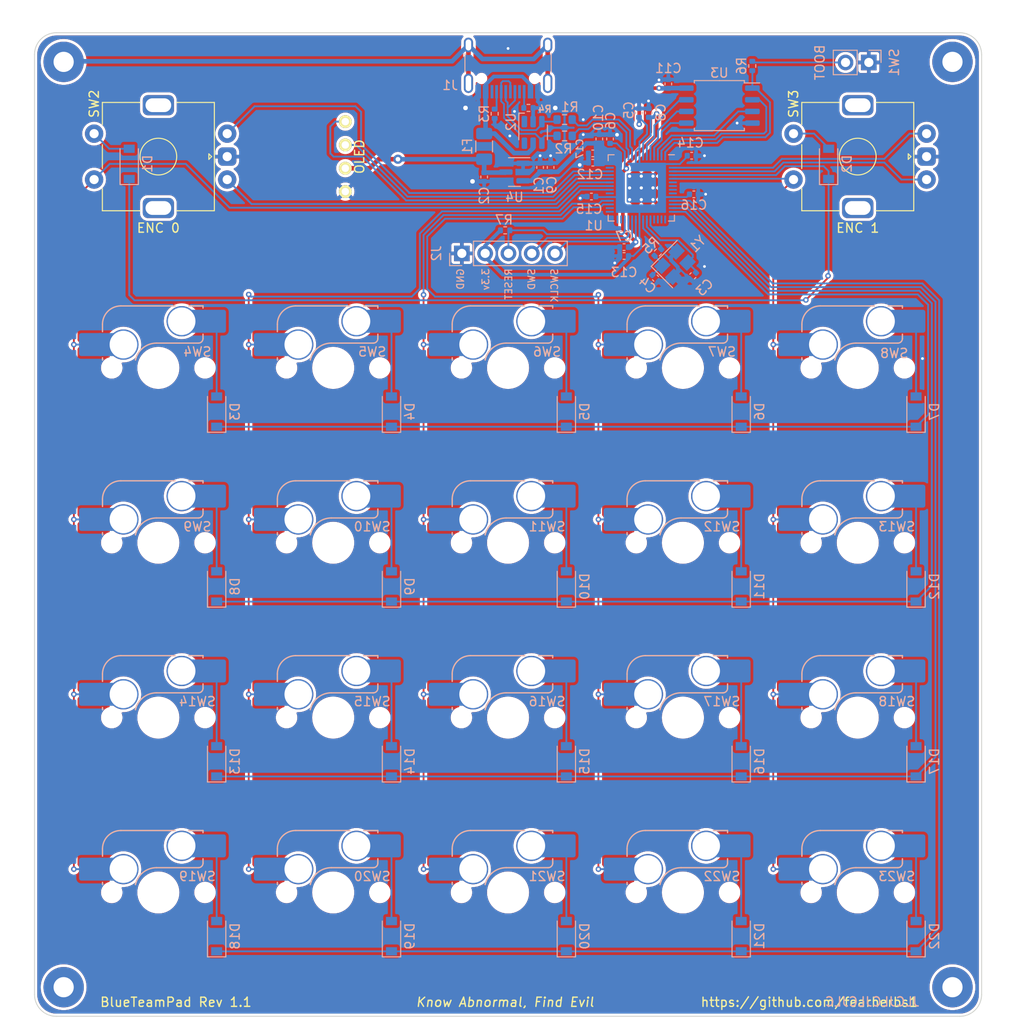
<source format=kicad_pcb>
(kicad_pcb (version 20211014) (generator pcbnew)
  (layers (0 "F.Cu" signal) (31 "B.Cu" signal) (34 "B.Paste" user) (35 "F.Paste" user) (36 "B.SilkS" user "B.Silkscreen") (37 "F.SilkS" user "F.Silkscreen") (38 "B.Mask" user) (39 "F.Mask" user) (44 "Edge.Cuts" user))
  (net 0 "")
  (net 1 "+3.3V")
  (net 2 "GND")
  (net 3 "+5V")
  (net 4 "Net-(C3-Pad2)")
  (net 5 "/XTAL_O")
  (net 6 "+1V1")
  (net 7 "ROW0")
  (net 8 "Net-(D1-Pad2)")
  (net 9 "Net-(D2-Pad2)")
  (net 10 "ROW1")
  (net 11 "Net-(D3-Pad2)")
  (net 12 "Net-(D4-Pad2)")
  (net 13 "Net-(D5-Pad2)")
  (net 14 "Net-(D6-Pad2)")
  (net 15 "Net-(D7-Pad2)")
  (net 16 "ROW2")
  (net 17 "Net-(D8-Pad2)")
  (net 18 "Net-(D9-Pad2)")
  (net 19 "Net-(D10-Pad2)")
  (net 20 "Net-(D11-Pad2)")
  (net 21 "Net-(D12-Pad2)")
  (net 22 "ROW3")
  (net 23 "Net-(D13-Pad2)")
  (net 24 "Net-(D14-Pad2)")
  (net 25 "Net-(D15-Pad2)")
  (net 26 "Net-(D16-Pad2)")
  (net 27 "Net-(D17-Pad2)")
  (net 28 "ROW4")
  (net 29 "Net-(D18-Pad2)")
  (net 30 "Net-(D19-Pad2)")
  (net 31 "Net-(D20-Pad2)")
  (net 32 "Net-(D21-Pad2)")
  (net 33 "Net-(D22-Pad2)")
  (net 34 "VBUS")
  (net 35 "Net-(J1-PadA5)")
  (net 36 "DBUS+")
  (net 37 "DBUS-")
  (net 39 "Net-(J1-PadB5)")
  (net 41 "~{RESET}")
  (net 42 "SWCLK")
  (net 43 "SWD")
  (net 44 "OLED_SCL")
  (net 45 "OLED_SDA")
  (net 46 "Net-(R1-Pad1)")
  (net 47 "Net-(R2-Pad2)")
  (net 48 "Net-(R5-Pad2)")
  (net 49 "Net-(R6-Pad1)")
  (net 50 "CS")
  (net 51 "ROT1A")
  (net 52 "ROT1B")
  (net 53 "COL0")
  (net 54 "ROT2A")
  (net 55 "ROT2B")
  (net 56 "COL4")
  (net 57 "COL1")
  (net 58 "COL2")
  (net 59 "COL3")
  (net 68 "QSPI_CLK")
  (net 69 "SD0")
  (net 70 "SD3")
  (net 71 "SD1")
  (net 74 "SD2")
  (net 81 "Earth")
  (footprint "MountingHole:MountingHole_2.2mm_M2_Pad" (layer "F.Cu") (at 151.60625 55.5625)
    (fp_text reference "H2" hide)
    (fp_text value "MountingHole_Pad")
  )
  (footprint "foostan:OLED_v2" (layer "F.Cu") (at 85.4575 65.88125 -90)
    (fp_text reference "OL1")
    (fp_text value "OLED" hide)
  )
  (footprint "MountingHole:MountingHole_2.2mm_M2_Pad" (layer "F.Cu") (at 54.76875 55.5625)
    (fp_text reference "H1" hide)
    (fp_text value "MountingHole_Pad")
  )
  (footprint "masterlib-various:ROT_Alps_EC11E-Switch" (layer "F.Cu") (at 141.2875 65.88125 90)
    (fp_text reference "SW3")
    (fp_text value "RotaryEncoder_Switch")
  )
  (footprint "MountingHole:MountingHole_2.2mm_M2_Pad" (layer "F.Cu") (at 54.76875 156.36875)
    (fp_text reference "H3" hide)
    (fp_text value "MountingHole_Pad")
  )
  (footprint "MountingHole:MountingHole_2.2mm_M2_Pad" (layer "F.Cu") (at 151.60625 156.36875)
    (fp_text reference "H4" hide)
    (fp_text value "MountingHole_Pad")
  )
  (footprint "masterlib-various:ROT_Alps_EC11E-Switch" (layer "F.Cu") (at 65.0875 65.88125 90)
    (fp_text reference "SW2")
    (fp_text value "RotaryEncoder_Switch")
  )
  (footprint "Diode_SMD:D_SOD-123" (layer "B.Cu") (at 109.5375 112.7125 90)
    (fp_text reference "D10")
    (fp_text value "D_Small")
  )
  (footprint "masterlib-mx:SW_MX_HS_1u" (layer "B.Cu") (at 84.1375 146.05 180)
    (fp_text reference "SW20")
    (fp_text value "MX_SW_HS" hide)
  )
  (footprint "Diode_SMD:D_SOD-123" (layer "B.Cu") (at 109.5375 93.6625 90)
    (fp_text reference "D5")
    (fp_text value "D_Small")
  )
  (footprint "Diode_SMD:D_SOD-123" (layer "B.Cu") (at 138.1125 66.675 90)
    (fp_text reference "D2")
    (fp_text value "D_Small")
  )
  (footprint "Package_SO:SOIC-8_5.23x5.23mm_P1.27mm" (layer "B.Cu") (at 126.20625 60.325 180)
    (fp_text reference "U3")
    (fp_text value "W25Q128JVS")
  )
  (footprint "Diode_SMD:D_SOD-123" (layer "B.Cu") (at 109.5375 131.7625 90)
    (fp_text reference "D15")
    (fp_text value "D_Small")
  )
  (footprint "masterlib-various:SOT-23-6-routable" (layer "B.Cu") (at 105.918 63.246 -90)
    (fp_text reference "U2")
    (fp_text value "SRV05-4")
  )
  (footprint "Resistor_SMD:R_0402_1005Metric" (layer "B.Cu") (at 105.41 60.579 180)
    (fp_text reference "R4")
    (fp_text value "5.1k")
  )
  (footprint "Diode_SMD:D_SOD-123" (layer "B.Cu") (at 90.4875 93.6625 90)
    (fp_text reference "D4")
    (fp_text value "D_Small")
  )
  (footprint "Capacitor_SMD:C_0402_1005Metric" (layer "B.Cu") (at 123.432 69.993)
    (fp_text reference "C16")
    (fp_text value "100nf")
  )
  (footprint "masterlib-mx:SW_MX_HS_1u" (layer "B.Cu") (at 84.1375 88.9 180)
    (fp_text reference "SW5")
    (fp_text value "MX_SW_HS" hide)
  )
  (footprint "Connector_PinSocket_2.54mm:PinSocket_1x02_P2.54mm_Vertical" (layer "B.Cu") (at 142.494 55.626 90)
    (fp_text reference "SW1")
    (fp_text value "Boot")
  )
  (footprint "masterlib-mx:SW_MX_HS_1u" (layer "B.Cu") (at 103.1875 88.9 180)
    (fp_text reference "SW6")
    (fp_text value "MX_SW_HS" hide)
  )
  (footprint "Diode_SMD:D_SOD-123" (layer "B.Cu") (at 90.4875 150.8125 90)
    (fp_text reference "D19")
    (fp_text value "D_Small")
  )
  (footprint "Capacitor_SMD:C_0402_1005Metric" (layer "B.Cu") (at 123.19 65.786)
    (fp_text reference "C14")
    (fp_text value "100nf")
  )
  (footprint "Diode_SMD:D_SOD-123" (layer "B.Cu") (at 61.9125 66.675 90)
    (fp_text reference "D1")
    (fp_text value "D_Small")
  )
  (footprint "Resistor_SMD:R_0603_1608Metric" (layer "B.Cu") (at 109.347 61.849 180)
    (fp_text reference "R1")
    (fp_text value "27R")
  )
  (footprint "Capacitor_SMD:C_0402_1005Metric" (layer "B.Cu") (at 117.4496 61.11875 90)
    (fp_text reference "C5")
    (fp_text value "100nF")
  )
  (footprint "Capacitor_SMD:C_0402_1005Metric" (layer "B.Cu") (at 120.65 57.9628 90)
    (fp_text reference "C11")
    (fp_text value "100nF")
  )
  (footprint "Capacitor_SMD:C_0402_1005Metric" (layer "B.Cu") (at 112.4204 66.548 180)
    (fp_text reference "C12")
    (fp_text value "100nf")
  )
  (footprint "Diode_SMD:D_SOD-123" (layer "B.Cu") (at 147.6375 150.8125 90)
    (fp_text reference "D22")
    (fp_text value "D_Small")
  )
  (footprint "masterlib-mx:SW_MX_HS_1u" (layer "B.Cu") (at 103.1875 146.05 180)
    (fp_text reference "SW21")
    (fp_text value "MX_SW_HS" hide)
  )
  (footprint "masterlib-mx:SW_MX_HS_1u" (layer "B.Cu") (at 122.2375 146.05 180)
    (fp_text reference "SW22")
    (fp_text value "MX_SW_HS" hide)
  )
  (footprint "Capacitor_SMD:C_0402_1005Metric" (layer "B.Cu") (at 115.824 76.708 180)
    (fp_text reference "C13")
    (fp_text value "100nf")
  )
  (footprint "Diode_SMD:D_SOD-123" (layer "B.Cu") (at 90.4875 112.7125 90)
    (fp_text reference "D9")
    (fp_text value "D_Small")
  )
  (footprint "Fuse:Fuse_1206_3216Metric" (layer "B.Cu") (at 100.584 64.77 -90)
    (fp_text reference "F1")
    (fp_text value "500mA")
  )
  (footprint "Sleep-Lib:RP2040-QFN-56" (layer "B.Cu") (at 117.7036 69.2912 180)
    (fp_text reference "U1")
    (fp_text value "RP2040")
  )
  (footprint "Capacitor_SMD:C_0402_1005Metric" (layer "B.Cu") (at 112.268 70.231 180)
    (fp_text reference "C15")
    (fp_text value "100nf")
  )
  (footprint "masterlib-mx:SW_MX_HS_1u" (layer "B.Cu") (at 141.2875 107.95 180)
    (fp_text reference "SW13")
    (fp_text value "MX_SW_HS" hide)
  )
  (footprint "masterlib-mx:SW_MX_HS_1u" (layer "B.Cu") (at 141.2875 127 180)
    (fp_text reference "SW18")
    (fp_text value "MX_SW_HS" hide)
  )
  (footprint "Diode_SMD:D_SOD-123" (layer "B.Cu") (at 128.5875 93.6625 90)
    (fp_text reference "D6")
    (fp_text value "D_Small")
  )
  (footprint "Capacitor_SMD:C_0402_1005Metric" (layer "B.Cu") (at 123.317 78.867 45)
    (fp_text reference "C3")
    (fp_text value "22pF")
  )
  (footprint "masterlib-mx:SW_MX_HS_1u" (layer "B.Cu") (at 103.1875 127 180)
    (fp_text reference "SW16")
    (fp_text value "MX_SW_HS" hide)
  )
  (footprint "Diode_SMD:D_SOD-123" (layer "B.Cu") (at 71.4375 112.7125 90)
    (fp_text reference "D8")
    (fp_text value "D_Small")
  )
  (footprint "masterlib-mx:SW_MX_HS_1u" (layer "B.Cu") (at 103.1875 107.95 180)
    (fp_text reference "SW11")
    (fp_text value "MX_SW_HS" hide)
  )
  (footprint "Diode_SMD:D_SOD-123" (layer "B.Cu") (at 71.4375 150.8125 90)
    (fp_text reference "D18")
    (fp_text value "D_Small")
  )
  (footprint "Capacitor_SMD:C_0402_1005Metric" (layer "B.Cu") (at 100.584 68.1 -90)
    (fp_text reference "C2")
    (fp_text value "1uF")
  )
  (footprint "Resistor_SMD:R_0603_1608Metric" (layer "B.Cu") (at 109.347 63.627)
    (fp_text reference "R2")
    (fp_text value "27R")
  )
  (footprint "masterlib-mx:SW_MX_HS_1u" (layer "B.Cu") (at 122.2375 107.95 180)
    (fp_text reference "SW12")
    (fp_text value "MX_SW_HS" hide)
  )
  (footprint "Capacitor_SMD:C_0402_1005Metric" (layer "B.Cu") (at 118.5164 61.11875 90)
    (fp_text reference "C8")
    (fp_text value "100nf")
  )
  (footprint "Resistor_SMD:R_0402_1005Metric" (layer "B.Cu") (at 129.794 56.007 -90)
    (fp_text reference "R6")
    (fp_text value "1k")
  )
  (footprint "Capacitor_SMD:C_0402_1005Metric" (layer "B.Cu") (at 106.68 67.056 90)
    (fp_text reference "C1")
    (fp_text value "1uF")
  )
  (footprint "masterlib-mx:SW_MX_HS_1u" (layer "B.Cu") (at 65.0875 107.95 180)
    (fp_text reference "SW9")
    (fp_text value "MX_SW_HS" hide)
  )
  (footprint "masterlib-mx:SW_MX_HS_1u" (layer "B.Cu") (at 84.1375 107.95 180)
    (fp_text reference "SW10")
    (fp_text value "MX_SW_HS" hide)
  )
  (footprint "Capacitor_SMD:C_0402_1005Metric" (layer "B.Cu") (at 115.824 75.7428 180)
    (fp_text reference "C7")
    (fp_text value "100nF")
  )
  (footprint "Diode_SMD:D_SOD-123" (layer "B.Cu") (at 128.5875 131.7625 90)
    (fp_text reference "D16")
    (fp_text value "D_Small")
  )
  (footprint "masterlib-mx:SW_MX_HS_1u" (layer "B.Cu") (at 122.2375 88.9 180)
    (fp_text reference "SW7")
    (fp_text value "MX_SW_HS" hide)
  )
  (footprint "Package_TO_SOT_SMD:SOT-23" (layer "B.Cu") (at 103.886 67.564 180)
    (fp_text reference "U4")
    (fp_text value "XC6206")
  )
  (footprint "Diode_SMD:D_SOD-123" (layer "B.Cu") (at 128.5875 112.7125 90)
    (fp_text reference "D11")
    (fp_text value "D_Small")
  )
  (footprint "Capacitor_SMD:C_0402_1005Metric" (layer "B.Cu") (at 107.823 67.056 90)
    (fp_text reference "C9")
    (fp_text value "10uF")
  )
  (footprint "Capacitor_SMD:C_0402_1005Metric" (layer "B.Cu") (at 119.253 79.121 135)
    (fp_text reference "C4")
    (fp_text value "22pF")
  )
  (footprint "masterlib-mx:SW_MX_HS_1u" (layer "B.Cu") (at 84.1375 127 180)
    (fp_text reference "SW15")
    (fp_text value "MX_SW_HS" hide)
  )
  (footprint "Diode_SMD:D_SOD-123" (layer "B.Cu") (at 90.4875 131.7625 90)
    (fp_text reference "D14")
    (fp_text value "D_Small")
  )
  (footprint "Diode_SMD:D_SOD-123" (layer "B.Cu") (at 71.4375 93.6625 90)
    (fp_text reference "D3")
    (fp_text value "D_Small")
  )
  (footprint "Resistor_SMD:R_0402_1005Metric" (layer "B.Cu") (at 119.507 76.327 45)
    (fp_text reference "R5")
    (fp_text value "1k")
  )
  (footprint "Connector_USB:USB_C_Receptacle_HRO_TYPE-C-31-M-12" (layer "B.Cu") (at 103.1875 54.76875)
    (fp_text reference "J1")
    (fp_text value "USB_C")
  )
  (footprint "Resistor_SMD:R_0402_1005Metric" (layer "B.Cu") (at 101.727 61.214 90)
    (fp_text reference "R3")
    (fp_text value "5.1k")
  )
  (footprint "Diode_SMD:D_SOD-123" (layer "B.Cu") (at 147.6375 112.7125 90)
    (fp_text reference "D12")
    (fp_text value "D_Small")
  )
  (footprint "Resistor_SMD:R_0402_1005Metric" (layer "B.Cu") (at 102.87 73.914)
    (fp_text reference "R7")
    (fp_text value "10k")
  )
  (footprint "Diode_SMD:D_SOD-123" (layer "B.Cu") (at 147.6375 131.7625 90)
    (fp_text reference "D17")
    (fp_text value "D_Small")
  )
  (footprint "Crystal:Crystal_SMD_3225-4Pin_3.2x2.5mm" (layer "B.Cu") (at 121.362223 77.597 45)
    (fp_text reference "Y1")
    (fp_text value "12MHz")
  )
  (footprint "Capacitor_SMD:C_0402_1005Metric" (layer "B.Cu") (at 113.1316 63.9572 90)
    (fp_text reference "C10")
    (fp_text value "1uF")
  )
  (footprint "masterlib-mx:SW_MX_HS_1u" (layer "B.Cu") (at 65.0875 88.9 180)
    (fp_text reference "SW4")
    (fp_text value "MX_SW_HS" hide)
  )
  (footprint "Diode_SMD:D_SOD-123" (layer "B.Cu") (at 71.4375 131.7625 90)
    (fp_text reference "D13")
    (fp_text value "D_Small")
  )
  (footprint "Capacitor_SMD:C_0402_1005Metric" (layer "B.Cu") (at 114.3 63.9572 90)
    (fp_text reference "C6")
    (fp_text value "1uF")
  )
  (footprint "masterlib-mx:SW_MX_HS_1u" (layer "B.Cu") (at 141.2875 88.9 180)
    (fp_text reference "SW8")
    (fp_text value "MX_SW_HS" hide)
  )
  (footprint "masterlib-mx:SW_MX_HS_1u" (layer "B.Cu") (at 141.2875 146.05 180)
    (fp_text reference "SW23")
    (fp_text value "MX_SW_HS" hide)
  )
  (footprint "Connector_PinSocket_2.54mm:PinSocket_1x05_P2.54mm_Vertical" (layer "B.Cu") (at 98.15 76.425 -90)
    (fp_text reference "J2")
    (fp_text value "SWD")
  )
  (footprint "masterlib-mx:SW_MX_HS_1u" (layer "B.Cu") (at 65.0875 146.05 180)
    (fp_text reference "SW19")
    (fp_text value "MX_SW_HS" hide)
  )
  (footprint "Diode_SMD:D_SOD-123" (layer "B.Cu") (at 147.6375 93.6625 90)
    (fp_text reference "D7")
    (fp_text value "D_Small")
  )
  (footprint "Diode_SMD:D_SOD-123" (layer "B.Cu") (at 128.5875 150.8125 90)
    (fp_text reference "D21")
    (fp_text value "D_Small")
  )
  (footprint "Capacitor_SMD:C_0402_1005Metric" (layer "B.Cu") (at 112.4204 65.532 180)
    (fp_text reference "C17")
    (fp_text value "100nf")
  )
  (footprint "Diode_SMD:D_SOD-123" (layer "B.Cu") (at 109.5375 150.8125 90)
    (fp_text reference "D20")
    (fp_text value "D_Small")
  )
  (footprint "masterlib-mx:SW_MX_HS_1u" (layer "B.Cu") (at 65.0875 127 180)
    (fp_text reference "SW14")
    (fp_text value "MX_SW_HS" hide)
  )
  (footprint "masterlib-mx:SW_MX_HS_1u" (layer "B.Cu") (at 122.2375 127 180)
    (fp_text reference "SW17")
    (fp_text value "MX_SW_HS" hide)
  )
  (gr_arc (start 53.975 159.54375) (mid 52.291202 158.846298) (end 51.59375 157.1625) (layer "Edge.Cuts") (width 0.1))
  (gr_arc (start 154.78125 157.1625) (mid 154.083798 158.846298) (end 152.4 159.54375) (layer "Edge.Cuts") (width 0.1))
  (gr_line (start 154.78125 157.1625) (end 154.78125 54.76875) (layer "Edge.Cuts") (width 0.1))
  (gr_line (start 53.975 159.54375) (end 152.4 159.54375) (layer "Edge.Cuts") (width 0.1))
  (gr_arc (start 152.4 52.3875) (mid 154.083798 53.084952) (end 154.78125 54.76875) (layer "Edge.Cuts") (width 0.1))
  (gr_line (start 152.4 52.3875) (end 53.975 52.3875) (layer "Edge.Cuts") (width 0.1))
  (gr_arc (start 51.59375 54.76875) (mid 52.291202 53.084952) (end 53.975 52.3875) (layer "Edge.Cuts") (width 0.1))
  (gr_line (start 51.59375 54.76875) (end 51.59375 157.1625) (layer "Edge.Cuts") (width 0.1))
  (gr_text "3.3v" (at 100.75 78 90) (layer "B.SilkS") (effects (font (size 0.75 0.75) (thickness 0.125)) (justify left mirror)))
  (gr_text "GND" (at 98 78 90) (layer "B.SilkS") (effects (font (size 0.75 0.75) (thickness 0.125)) (justify left mirror)))
  (gr_text "RESET" (at 103.25 78 90) (layer "B.SilkS") (effects (font (size 0.75 0.75) (thickness 0.125)) (justify left mirror)))
  (gr_text "JLCJLCJLCJLC" (at 142.875 157.95625) (layer "B.SilkS") (effects (font (size 1 1)) (justify mirror)))
  (gr_text "BOOT\n" (at 137.16 55.626 90) (layer "B.SilkS") (effects (font (size 1 1)) (justify mirror)))
  (gr_text "SWCLK\n" (at 108.25 78 90) (layer "B.SilkS") (effects (font (size 0.75 0.75) (thickness 0.125)) (justify left mirror)))
  (gr_text "SWD" (at 105.75 78 90) (layer "B.SilkS") (effects (font (size 0.75 0.75) (thickness 0.125)) (justify left mirror)))
  (gr_text "Know Abnormal, Find Evil" (at 102.87 158) (layer "F.SilkS") (effects (font (size 1 1) (thickness 0.15) italic)))
  (gr_text "ENC 0" (at 65.0875 73.66) (layer "F.SilkS") (effects (font (size 1 1))))
  (gr_text "https://github.com/fearherbs1" (at 136 158) (layer "F.SilkS") (effects (font (size 1 1))))
  (gr_text "ENC 1" (at 141.2875 73.66) (layer "F.SilkS") (effects (font (size 1 1))))
  (gr_text "BlueTeamPad Rev 1.1" (at 67 158) (layer "F.SilkS") (effects (font (size 1 1))))
  (segment (start 117.475 62.357) (end 117.475 59.182) (width 0.4) (layer "F.Cu") (net 1))
  (segment (start 117.475 59.182) (end 118.237 58.42) (width 0.4) (layer "F.Cu") (net 1))
  (segment (start 118.237 58.42) (end 119.634 58.42) (width 0.4) (layer "F.Cu") (net 1))
  (via (at 119.634 58.42) (size 0.6) (drill 0.3) (layers "F.Cu" "B.Cu") (net 1))
  (via (at 117.475 62.357) (size 0.6) (drill 0.3) (layers "F.Cu" "B.Cu") (net 1))
  (segment (start 113.2954 64.4372) (end 113.1316 64.4372) (width 0.2) (layer "B.Cu") (net 1))
  (segment (start 121.1411 66.6912) (end 120.2528 66.6912) (width 0.2) (layer "B.Cu") (net 1))
  (segment (start 107.823 67.536) (end 108.613 67.536) (width 0.5) (layer "B.Cu") (net 1))
  (segment (start 114.2661 66.6912) (end 113.0436 66.6912) (width 0.2) (layer "B.Cu") (net 1))
  (segment (start 117.5036 74.7046) (end 117.694 74.895) (width 0.2) (layer "B.Cu") (net 1))
  (segment (start 117.475 61.62415) (end 117.4496 61.59875) (width 0.4) (layer "B.Cu") (net 1))
  (segment (start 119.634 58.42) (end 119.6568 58.4428) (width 0.5) (layer "B.Cu") (net 1))
  (segment (start 121.1411 70.2912) (end 122.6538 70.2912) (width 0.2) (layer "B.Cu") (net 1))
  (segment (start 117.1036 65.8537) (end 117.1036 65.2684) (width 0.2) (layer "B.Cu") (net 1))
  (segment (start 114.2661 66.6912) (end 115.30045 66.6912) (width 0.2) (layer "B.Cu") (net 1))
  (segment (start 121.1411 70.2912) (end 120.0752 70.2912) (width 0.2) (layer "B.Cu") (net 1))
  (segment (start 112.8082 70.2912) (end 112.748 70.231) (width 0.2) (layer "B.Cu") (net 1))
  (segment (start 121.9038 66.6912) (end 122.71 65.885) (width 0.2) (layer "B.Cu") (net 1))
  (segment (start 122.71 65.885) (end 122.71 65.786) (width 0.2) (layer "B.Cu") (net 1))
  (segment (start 104.8235 68.514) (end 105.702 68.514) (width 0.5) (layer "B.Cu") (net 1))
  (segment (start 116.304 76.96395) (end 114.52795 78.74) (width 0.4) (layer "B.Cu") (net 1))
  (segment (start 117.5036 72.7287) (end 117.5036 74.7046) (width 0.2) (layer "B.Cu") (net 1))
  (segment (start 100.69 76.425) (end 100.69 75.584) (width 0.4) (layer "B.Cu") (net 1))
  (segment (start 117.5036 65.8537) (end 117.5036 66.7734) (width 0.2) (layer "B.Cu") (net 1))
  (segment (start 115.1036 65.4466) (end 114.681 65.024) (width 0.2) (layer "B.Cu") (net 1))
  (segment (start 114.52795 78.74) (end 102.616 78.74) (width 0.4) (layer "B.Cu") (net 1))
  (segment (start 113.0436 66.6912) (end 112.9004 66.548) (width 0.2) (layer "B.Cu") (net 1))
  (segment (start 112.9004 64.6684) (end 113.1316 64.4372) (width 0.5) (layer "B.Cu") (net 1))
  (segment (start 115.30045 66.6912) (end 115.5036 66.48805) (width 0.2) (layer "B.Cu") (net 1))
  (segment (start 116.304 76.708) (end 116.304 76.96395) (width 0.4) (layer "B.Cu") (net 1))
  (segment (start 105.702 68.514) (end 106.68 67.536) (width 0.5) (layer "B.Cu") (net 1))
  (segment (start 114.2661 70.2912) (end 115.2558 70.2912) (width 0.2) (layer "B.Cu") (net 1))
  (segment (start 122.60625 58.42) (end 120.6728 58.42) (width 0.5) (layer "B.Cu") (net 1))
  (segment (start 102.616 78.74) (end 100.69 76.814) (width 0.4) (layer "B.Cu") (net 1))
  (segment (start 117.1036 65.2684) (end 117.5036 64.8684) (width 0.2) (layer "B.Cu") (net 1))
  (segment (start 115.5036 66.48805) (end 115.5036 65.8537) (width 0.2) (layer "B.Cu") (net 1))
  (segment (start 117.5036 65.8537) (end 117.5036 64.8684) (width 0.2) (layer "B.Cu") (net 1))
  (segment (start 120.6728 58.42) (end 120.65 58.4428) (width 0.5) (layer "B.Cu") (net 1))
  (segment (start 117.694 74.895) (end 117.694 75.854) (width 0.2) (layer "B.Cu") (net 1))
  (segment (start 122.6538 70.2912) (end 122.952 69.993) (width 0.2) (layer "B.Cu") (net 1))
  (segment (start 113.8822 65.024) (end 113.2954 64.4372) (width 0.2) (layer "B.Cu") (net 1))
  (segment (start 117.475 62.357) (end 117.475 61.62415) (width 0.4) (layer "B.Cu") (net 1))
  (segment (start 111.7118 64.4372) (end 113.1316 64.4372) (width 0.5) (layer "B.Cu") (net 1))
  (segment (start 114.2661 70.2912) (end 112.8082 70.2912) (width 0.2) (layer "B.Cu") (net 1))
  (segment (start 100.69 76.814) (end 100.69 76.425) (width 0.4) (layer "B.Cu") (net 1))
  (segment (start 117.5036 64.245028) (end 118.326 63.422628) (width 0.2) (layer "B.Cu") (net 1))
  (segment (start 114.681 65.024) (end 113.8822 65.024) (width 0.2) (layer "B.Cu") (net 1))
  (segment (start 117.694 75.854) (end 116.84 76.708) (width 0.2) (layer "B.Cu") (net 1))
  (segment (start 119.6568 58.4428) (end 120.65 58.4428) (width 0.5) (layer "B.Cu") (net 1))
  (segment (start 100.69 75.584) (end 102.36 73.914) (width 0.4) (layer "B.Cu") (net 1))
  (segment (start 120.2528 66.6912) (end 120.015 66.929) (width 0.2) (layer "B.Cu") (net 1))
  (segment (start 108.613 67.536) (end 111.7118 64.4372) (width 0.5) (layer "B.Cu") (net 1))
  (segment (start 106.68 67.536) (end 107.823 67.536) (width 0.5) (layer "B.Cu") (net 1))
  (segment (start 112.9004 66.548) (end 112.9004 65.532) (width 0.5) (layer "B.Cu") (net 1))
  (segment (start 116.84 76.708) (end 116.304 76.708) (width 0.2) (layer "B.Cu") (net 1))
  (segment (start 112.9004 65.532) (end 112.9004 64.6684) (width 0.5) (layer "B.Cu") (net 1))
  (segment (start 117.1036 65.8537) (end 117.1036 66.7924) (width 0.2) (layer "B.Cu") (net 1))
  (segment (start 121.1411 66.6912) (end 121.9038 66.6912) (width 0.2) (layer "B.Cu") (net 1))
  (segment (start 118.326 63.422628) (end 118.326 62.47515) (width 0.2) (layer "B.Cu") (net 1))
  (segment (start 115.1036 65.8537) (end 115.1036 65.4466) (width 0.2) (layer "B.Cu") (net 1))
  (segment (start 117.5036 64.8684) (end 117.5036 64.245028) (width 0.2) (layer "B.Cu") (net 1))
  (segment (start 117.5036 72.7287) (end 117.5036 71.6566) (width 0.2) (layer "B.Cu") (net 1))
  (segment (start 118.326 62.47515) (end 117.4496 61.59875) (width 0.2) (layer "B.Cu") (net 1))
  (via (at 128.143 62.23) (size 0.6) (drill 0.3) (layers "F.Cu" "B.Cu") (net 2))
  (via (at 98.552 60.579) (size 1) (drill 0.5) (layers "F.Cu" "B.Cu") (net 2))
  (via (at 110.998 66.7917) (size 0.8) (drill 0.4) (layers "F.Cu" "B.Cu") (net 2))
  (via (at 124.587 77.851) (size 0.6) (drill 0.3) (layers "F.Cu" "B.Cu") (net 2))
  (via (at 99.314 68.58) (size 1) (drill 0.5) (layers "F.Cu" "B.Cu") (net 2))
  (via (at 111.379 63.4835) (size 0.6) (drill 0.3) (layers "F.Cu" "B.Cu") (net 2))
  (via (at 108.331 60.579) (size 1) (drill 0.5) (layers "F.Cu" "B.Cu") (net 2))
  (via (at 103.886 60.96) (size 0.6) (drill 0.3) (layers "F.Cu" "B.Cu") (net 2))
  (via (at 148.336 87.884) (size 0.6) (drill 0.3) (layers "F.Cu" "B.Cu") (net 2))
  (via (at 115.062 63.5) (size 0.8) (drill 0.4) (layers "F.Cu" "B.Cu") (net 2))
  (via (at 124.714 69.977) (size 0.6) (drill 0.3) (layers "F.Cu" "B.Cu") (net 2))
  (via (at 107.823 65.786) (size 0.6) (drill 0.3) (layers "F.Cu" "B.Cu") (net 2))
  (via (at 118.491 59.817) (size 0.6) (drill 0.3) (layers "F.Cu" "B.Cu") (net 2))
  (via (at 114.808 77.47) (size 0.6) (drill 0.3) (layers "F.Cu" "B.Cu") (net 2))
  (via (at 111.050187 70.410187) (size 0.6) (drill 0.3) (layers "F.Cu" "B.Cu") (net 2))
  (via (at 119.634 57.531) (size 0.6) (drill 0.3) (layers "F.Cu" "B.Cu") (net 2))
  (via (at 103.378 63.627) (size 0.6) (drill 0.3) (layers "F.Cu" "B.Cu") (net 2))
  (via (at 103.1875 54.102) (size 0.6) (drill 0.3) (layers "F.Cu" "B.Cu") (net 2))
  (via (at 106.68 65.786) (size 0.6) (drill 0.3) (layers "F.Cu" "B.Cu") (net 2))
  (via (at 124.587 65.786) (size 0.6) (drill 0.3) (layers "F.Cu" "B.Cu") (net 2))
  (via (at 111.379 61.849) (size 0.6) (drill 0.3) (layers "F.Cu" "B.Cu") (net 2))
  (segment (start 122.977589 79.206411) (end 121.415999 79.206411) (width 0.5) (layer "B.Cu") (net 2))
  (segment (start 106.68 66.04) (end 106.68 65.786) (width 0.5) (layer "B.Cu") (net 2))
  (segment (start 99.9375 59.1935) (end 99.9375 58.81375) (width 0.5) (layer "B.Cu") (net 2))
  (segment (start 120.954612 77.189388) (end 120.954612 76.80253) (width 0.4) (layer "B.Cu") (net 2))
  (segment (start 115.344 76.934) (end 115.344 76.708) (width 0.5) (layer "B.Cu") (net 2))
  (segment (start 115.0392 63.4772) (end 114.3 63.4772) (width 0.5) (layer "B.Cu") (net 2))
  (segment (start 114.808 77.47) (end 115.344 76.934) (width 0.5) (layer "B.Cu") (net 2))
  (segment (start 124.587 78.867) (end 124.079 79.375) (width 0.4) (layer "B.Cu") (net 2))
  (segment (start 124.587 77.851) (end 124.587 77.089) (width 0.2) (layer "B.Cu") (net 2))
  (segment (start 124.714 69.977) (end 124.698 69.993) (width 0.5) (layer "B.Cu") (net 2))
  (segment (start 106.68 66.576) (end 107.823 66.576) (width 0.5) (layer "B.Cu") (net 2))
  (segment (start 120.954612 76.80253) (end 121.539 76.218142) (width 0.4) (layer "B.Cu") (net 2))
  (segment (start 124.698 69.993) (end 123.912 69.993) (width 0.5) (layer "B.Cu") (net 2))
  (segment (start 111.2417 66.548) (end 111.9404 66.548) (width 0.5) (layer "B.Cu") (net 2))
  (segment (start 111.229374 70.231) (end 111.788 70.231) (width 0.5) (layer "B.Cu") (net 2))
  (segment (start 120.700893 79.460411) (end 119.592411 79.460411) (width 0.5) (layer "B.Cu") (net 2))
  (segment (start 111.050187 70.410187) (end 111.229374 70.231) (width 0.5) (layer "B.Cu") (net 2))
  (segment (start 98.552 60.579) (end 99.9375 59.1935) (width 0.5) (layer "B.Cu") (net 2))
  (segment (start 107.823 66.576) (end 107.823 65.786) (width 0.5) (layer "B.Cu") (net 2))
  (segment (start 124.587 77.851) (end 124.587 78.867) (width 0.4) (layer "B.Cu") (net 2))
  (segment (start 118.491 59.817) (end 118.491 60.61335) (width 0.4) (layer "B.Cu") (net 2))
  (segment (start 104.8235 66.614) (end 106.642 66.614) (width 0.5) (layer "B.Cu") (net 2))
  (segment (start 111.9404 65.532) (end 111.9404 66.548) (width 0.5) (layer "B.Cu") (net 2))
  (segment (start 118.7036 73.3646) (end 118.7036 72.7287) (width 0.2) (layer "B.Cu") (net 2))
  (segment (start 117.4496 60.63875) (end 118.5164 60.63875) (width 0.4) (layer "B.Cu") (net 2))
  (segment (start 115.344 75.7428) (end 115.344 76.708) (width 0.5) (layer "B.Cu") (net 2))
  (segment (start 124.079 79.375) (end 123.063 79.375) (width 0.4) (layer "B.Cu") (net 2))
  (segment (start 108.331 60.579) (end 108.20275 60.579) (width 0.5) (layer "B.Cu") (net 2))
  (segment (start 100.584 68.58) (end 99.314 68.58) (width 0.5) (layer "B.Cu") (net 2))
  (segment (start 108.20275 60.579) (end 106.4375 58.81375) (width 0.5) (layer "B.Cu") (net 2))
  (segment (start 115.062 63.5) (end 115.0392 63.4772) (width 0.5) (layer "B.Cu") (net 2))
  (segment (start 118.491 60.61335) (end 118.5164 60.63875) (width 0.4) (layer "B.Cu") (net 2))
  (segment (start 124.587 77.089) (end 122.047 74.549) (width 0.2) (layer "B.Cu") (net 2))
  (segment (start 121.185446 78.975858) (end 121.680421 78.480883) (width 0.4) (layer "B.Cu") (net 2))
  (segment (start 110.998 66.7917) (end 111.2417 66.548) (width 0.5) (layer "B.Cu") (net 2))
  (segment (start 122.047 74.549) (end 119.888 74.549) (width 0.2) (layer "B.Cu") (net 2))
  (segment (start 120.65 57.4828) (end 119.6822 57.4828) (width 0.5) (layer "B.Cu") (net 2))
  (segment (start 121.415999 79.206411) (end 121.185446 78.975858) (width 0.5) (layer "B.Cu") (net 2))
  (segment (start 119.6822 57.4828) (end 119.634 57.531) (width 0.5) (layer "B.Cu") (net 2))
  (segment (start 106.68 66.576) (end 106.68 66.04) (width 0.5) (layer "B.Cu") (net 2))
  (segment (start 121.680421 77.915197) (end 120.954612 77.189388) (width 0.4) (layer "B.Cu") (net 2))
  (segment (start 121.680421 78.480883) (end 121.680421 77.915197) (width 0.4) (layer "B.Cu") (net 2))
  (segment (start 114.3 63.4772) (end 113.1316 63.4772) (width 0.5) (layer "B.Cu") (net 2))
  (segment (start 106.642 66.614) (end 106.68 66.576) (width 0.5) (layer "B.Cu") (net 2))
  (segment (start 123.67 65.786) (end 124.587 65.786) (width 0.5) (layer "B.Cu") (net 2))
  (segment (start 119.888 74.549) (end 118.7036 73.3646) (width 0.2) (layer "B.Cu") (net 2))
  (segment (start 89.0905 66.167) (end 88.10625 67.15125) (width 0.5) (layer "F.Cu") (net 3))
  (segment (start 88.10625 67.15125) (end 85.4575 67.15125) (width 0.5) (layer "F.Cu") (net 3))
  (segment (start 91.186 66.167) (end 89.0905 66.167) (width 0.5) (layer "F.Cu") (net 3))
  (via (at 91.186 66.167) (size 1) (drill 0.5) (layers "F.Cu" "B.Cu") (net 3))
  (segment (start 102.8925 67.62) (end 102.9485 67.564) (width 0.5) (layer "B.Cu") (net 3))
  (segment (start 100.584 66.17) (end 100.584 67.62) (width 0.5) (layer "B.Cu") (net 3))
  (segment (start 91.186 66.167) (end 91.189 66.17) (width 0.5) (layer "B.Cu") (net 3))
  (segment (start 91.189 66.17) (end 100.584 66.17) (width 0.5) (layer "B.Cu") (net 3))
  (segment (start 100.584 67.62) (end 102.8925 67.62) (width 0.5) (layer "B.Cu") (net 3))
  (segment (start 123.317 76.581926) (end 121.733977 74.998903) (width 0.2) (layer "B.Cu") (net 4))
  (segment (start 123.317 76.844304) (end 123.317 76.581926) (width 0.2) (layer "B.Cu") (net 4))
  (segment (start 119.772217 74.998903) (end 118.3036 73.530286) (width 0.2) (layer "B.Cu") (net 4))
  (segment (start 123.656411 78.335553) (end 122.741081 77.420223) (width 0.2) (layer "B.Cu") (net 4))
  (segment (start 121.733977 74.998903) (end 119.772217 74.998903) (width 0.2) (layer "B.Cu") (net 4))
  (segment (start 122.741081 77.420223) (end 123.317 76.844304) (width 0.2) (layer "B.Cu") (net 4))
  (segment (start 118.3036 73.530286) (end 118.3036 72.7287) (width 0.2) (layer "B.Cu") (net 4))
  (segment (start 119.921401 77.773777) (end 118.913589 78.781589) (width 0.2) (layer "B.Cu") (net 5))
  (segment (start 119.983365 77.773777) (end 119.983365 77.524613) (width 0.2) (layer "B.Cu") (net 5))
  (segment (start 119.983365 77.524613) (end 119.146376 76.687624) (width 0.2) (layer "B.Cu") (net 5))
  (segment (start 116.078 67.183) (end 116.078 66.802) (width 0.4) (layer "F.Cu") (net 6))
  (segment (start 115.697 73.787) (end 117.094 75.184) (width 0.4) (layer "F.Cu") (net 6))
  (segment (start 116.078 67.183) (end 115.697 67.564) (width 0.4) (layer "F.Cu") (net 6))
  (segment (start 115.697 67.564) (end 115.697 73.787) (width 0.4) (layer "F.Cu") (net 6))
  (segment (start 116.078 66.802) (end 119.38 63.5) (width 0.4) (layer "F.Cu") (net 6))
  (segment (start 119.38 63.5) (end 119.38 61.214) (width 0.4) (layer "F.Cu") (net 6))
  (via (at 117.094 75.184) (size 0.6) (drill 0.3) (layers "F.Cu" "B.Cu") (net 6))
  (via (at 119.38 61.214) (size 0.6) (drill 0.3) (layers "F.Cu" "B.Cu") (net 6))
  (via (at 116.078 67.183) (size 0.6) (drill 0.3) (layers "F.Cu" "B.Cu") (net 6))
  (segment (start 116.5352 75.7428) (end 116.304 75.7428) (width 0.5) (layer "B.Cu") (net 6))
  (segment (start 117.1036 72.7287) (end 117.1036 74.9432) (width 0.2) (layer "B.Cu") (net 6))
  (segment (start 115.9036 65.8537) (end 115.9036 65.321225) (width 0.2) (layer "B.Cu") (net 6))
  (segment (start 119.38 61.214) (end 118.99525 61.59875) (width 0.4) (layer "B.Cu") (net 6))
  (segment (start 115.9036 67.0086) (end 115.9036 65.8537) (width 0.2) (layer "B.Cu") (net 6))
  (segment (start 116.078 67.183) (end 115.9036 67.0086) (width 0.2) (layer "B.Cu") (net 6))
  (segment (start 118.726 63.588314) (end 118.726 61.80835) (width 0.2) (layer "B.Cu") (net 6))
  (segment (start 115.9036 65.321225) (end 115.019575 64.4372) (width 0.2) (layer "B.Cu") (net 6))
  (segment (start 117.9036 64.410714) (end 118.726 63.588314) (width 0.2) (layer "B.Cu") (net 6))
  (segment (start 117.1036 74.9432) (end 116.304 75.7428) (width 0.2) (layer "B.Cu") (net 6))
  (segment (start 115.019575 64.4372) (end 114.3 64.4372) (width 0.2) (layer "B.Cu") (net 6))
  (segment (start 117.094 75.184) (end 116.5352 75.7428) (width 0.5) (layer "B.Cu") (net 6))
  (segment (start 118.99525 61.59875) (end 118.5164 61.59875) (width 0.4) (layer "B.Cu") (net 6))
  (segment (start 117.9036 65.8537) (end 117.9036 64.410714) (width 0.2) (layer "B.Cu") (net 6))
  (segment (start 118.726 61.80835) (end 118.5164 61.59875) (width 0.2) (layer "B.Cu") (net 6))
  (segment (start 138.049 79.0855) (end 135.636 81.4985) (width 0.2) (layer "F.Cu") (net 7))
  (segment (start 138.049 78.867) (end 138.049 79.0855) (width 0.2) (layer "F.Cu") (net 7))
  (via (at 135.636 81.4985) (size 0.6) (drill 0.3) (layers "F.Cu" "B.Cu") (net 7))
  (via (at 138.049 78.867) (size 0.6) (drill 0.3) (layers "F.Cu" "B.Cu") (net 7))
  (segment (start 135.6005 81.534) (end 62.484 81.534) (width 0.2) (layer "B.Cu") (net 7))
  (segment (start 61.9125 80.9625) (end 61.9125 68.325) (width 0.2) (layer "B.Cu") (net 7))
  (segment (start 135.636 81.4985) (end 135.6005 81.534) (width 0.2) (layer "B.Cu") (net 7))
  (segment (start 137.57275 66.929) (end 138.1125 67.46875) (width 0.2) (layer "B.Cu") (net 7))
  (segment (start 133.35 66.929) (end 137.57275 66.929) (width 0.2) (layer "B.Cu") (net 7))
  (segment (start 138.049 78.867) (end 138.1125 78.8035) (width 0.2) (layer "B.Cu") (net 7))
  (segment (start 132.3878 67.8912) (end 133.35 66.929) (width 0.2) (layer "B.Cu") (net 7))
  (segment (start 121.1411 67.8912) (end 132.3878 67.8912) (width 0.2) (layer "B.Cu") (net 7))
  (segment (start 62.484 81.534) (end 61.9125 80.9625) (width 0.2) (layer "B.Cu") (net 7))
  (segment (start 138.1125 78.8035) (end 138.1125 68.325) (width 0.2) (layer "B.Cu") (net 7))
  (segment (start 138.1125 67.46875) (end 138.1125 68.325) (width 0.2) (layer "B.Cu") (net 7))
  (segment (start 61.9125 65.025) (end 59.73125 65.025) (width 0.2) (layer "B.Cu") (net 8))
  (segment (start 59.73125 65.025) (end 58.0875 63.38125) (width 0.2) (layer "B.Cu") (net 8))
  (segment (start 138.1125 65.025) (end 138.1125 64.9605) (width 0.2) (layer "B.Cu") (net 9))
  (segment (start 136.525 63.373) (end 134.29575 63.373) (width 0.2) (layer "B.Cu") (net 9))
  (segment (start 138.1125 64.9605) (end 136.525 63.373) (width 0.2) (layer "B.Cu") (net 9))
  (segment (start 134.29575 63.373) (end 134.2875 63.38125) (width 0.2) (layer "B.Cu") (net 9))
  (segment (start 71.4375 95.3125) (end 90.4875 95.3125) (width 0.2) (layer "B.Cu") (net 10))
  (segment (start 147.6385 95.3125) (end 148.9525 93.9985) (width 0.2) (layer "B.Cu") (net 10))
  (segment (start 128.5875 95.3125) (end 147.6375 95.3125) (width 0.2) (layer "B.Cu") (net 10))
  (segment (start 122.518142 71.8912) (end 121.1411 71.8912) (width 0.2) (layer "B.Cu") (net 10))
  (segment (start 147.6375 95.3125) (end 147.6385 95.3125) (width 0.2) (layer "B.Cu") (net 10))
  (segment (start 131.525942 80.899) (end 122.518142 71.8912) (width 0.2) (layer "B.Cu") (net 10))
  (segment (start 109.5375 95.3125) (end 128.5875 95.3125) (width 0.2) (layer "B.Cu") (net 10))
  (segment (start 148.9525 82.0235) (end 147.828 80.899) (width 0.2) (layer "B.Cu") (net 10))
  (segment (start 147.828 80.899) (end 131.525942 80.899) (width 0.2) (layer "B.Cu") (net 10))
  (segment (start 148.9525 93.9985) (end 148.9525 82.0235) (width 0.2) (layer "B.Cu") (net 10))
  (segment (start 90.4875 95.3125) (end 109.5375 95.3125) (width 0.2) (layer "B.Cu") (net 10))
  (segment (start 71.4375 84.08) (end 71.4375 92.0125) (width 0.2) (layer "B.Cu") (net 11))
  (segment (start 71.1775 83.82) (end 71.4375 84.08) (width 0.2) (layer "B.Cu") (net 11))
  (segment (start 90.4875 84.08) (end 90.4875 92.0125) (width 0.2) (layer "B.Cu") (net 12))
  (segment (start 90.2275 83.82) (end 90.4875 84.08) (width 0.2) (layer "B.Cu") (net 12))
  (segment (start 109.5375 84.08) (end 109.5375 92.0125) (width 0.2) (layer "B.Cu") (net 13))
  (segment (start 109.2775 83.82) (end 109.5375 84.08) (width 0.2) (layer "B.Cu") (net 13))
  (segment (start 128.5875 84.08) (end 128.5875 92.0125) (width 0.2) (layer "B.Cu") (net 14))
  (segment (start 128.3275 83.82) (end 128.5875 84.08) (width 0.2) (layer "B.Cu") (net 14))
  (segment (start 147.3775 83.82) (end 147.6375 84.08) (width 0.2) (layer "B.Cu") (net 15))
  (segment (start 147.6375 84.08) (end 147.6375 92.0125) (width 0.2) (layer "B.Cu") (net 15))
  (segment (start 71.4375 114.3625) (end 90.4875 114.3625) (width 0.2) (layer "B.Cu") (net 16))
  (segment (start 131.691628 80.499) (end 122.683828 71.4912) (width 0.2) (layer "B.Cu") (net 16))
  (segment (start 109.5375 114.3625) (end 128.5875 114.3625) (width 0.2) (layer "B.Cu") (net 16))
  (segment (start 90.4875 114.3625) (end 109.5375 114.3625) (width 0.2) (layer "B.Cu") (net 16))
  (segment (start 122.683828 71.4912) (end 121.1411 71.4912) (width 0.2) (layer "B.Cu") (net 16))
  (segment (start 147.993685 80.499) (end 131.691628 80.499) (width 0.2) (layer "B.Cu") (net 16))
  (segment (start 149.3525 81.857814) (end 147.993685 80.499) (width 0.2) (layer "B.Cu") (net 16))
  (segment (start 149.3525 112.6475) (end 149.3525 81.857814) (width 0.2) (layer "B.Cu") (net 16))
  (segment (start 147.6375 114.3625) (end 149.3525 112.6475) (width 0.2) (layer "B.Cu") (net 16))
  (segment (start 128.5875 114.3625) (end 147.6375 114.3625) (width 0.2) (layer "B.Cu") (net 16))
  (segment (start 71.4375 103.13) (end 71.4375 111.0625) (width 0.2) (layer "B.Cu") (net 17))
  (segment (start 71.1775 102.87) (end 71.4375 103.13) (width 0.2) (layer "B.Cu") (net 17))
  (segment (start 90.4875 103.13) (end 90.4875 111.0625) (width 0.2) (layer "B.Cu") (net 18))
  (segment (start 90.2275 102.87) (end 90.4875 103.13) (width 0.2) (layer "B.Cu") (net 18))
  (segment (start 109.2775 102.87) (end 109.5375 103.13) (width 0.2) (layer "B.Cu") (net 19))
  (segment (start 109.5375 103.13) (end 109.5375 111.0625) (width 0.2) (layer "B.Cu") (net 19))
  (segment (start 128.3275 102.87) (end 128.5875 103.13) (width 0.2) (layer "B.Cu") (net 20))
  (segment (start 128.5875 103.13) (end 128.5875 111.0625) (width 0.2) (layer "B.Cu") (net 20))
  (segment (start 147.6375 103.13) (end 147.6375 111.0625) (width 0.2) (layer "B.Cu") (net 21))
  (segment (start 147.3775 102.87) (end 147.6375 103.13) (width 0.2) (layer "B.Cu") (net 21))
  (segment (start 147.6375 133.4125) (end 128.5875 133.4125) (width 0.2) (layer "B.Cu") (net 22))
  (segment (start 122.849514 71.0912) (end 121.158 71.0912) (width 0.2) (layer "B.Cu") (net 22))
  (segment (start 147.6375 133.4125) (end 147.6385 133.4125) (width 0.2) (layer "B.Cu") (net 22))
  (segment (start 149.7525 81.692128) (end 148.15937 80.099) (width 0.2) (layer "B.Cu") (net 22))
  (segment (start 109.5375 133.4125) (end 90.4875 133.4125) (width 0.2) (layer "B.Cu") (net 22))
  (segment (start 148.15937 80.099) (end 131.857314 80.099) (width 0.2) (layer "B.Cu") (net 22))
  (segment (start 149.7525 131.2985) (end 149.7525 81.692128) (width 0.2) (layer "B.Cu") (net 22))
  (segment (start 71.4375 133.4125) (end 90.4875 133.4125) (width 0.2) (layer "B.Cu") (net 22))
  (segment (start 147.6385 133.4125) (end 149.7525 131.2985) (width 0.2) (layer "B.Cu") (net 22))
  (segment (start 128.5875 133.4125) (end 109.5375 133.4125) (width 0.2) (layer "B.Cu") (net 22))
  (segment (start 131.857314 80.099) (end 122.849514 71.0912) (width 0.2) (layer "B.Cu") (net 22))
  (segment (start 71.4375 122.18) (end 71.4375 130.1125) (width 0.2) (layer "B.Cu") (net 23))
  (segment (start 71.1775 121.92) (end 71.4375 122.18) (width 0.2) (layer "B.Cu") (net 23))
  (segment (start 90.4875 122.18) (end 90.4875 130.1125) (width 0.2) (layer "B.Cu") (net 24))
  (segment (start 90.2275 121.92) (end 90.4875 122.18) (width 0.2) (layer "B.Cu") (net 24))
  (segment (start 109.2775 121.92) (end 109.5375 122.18) (width 0.2) (layer "B.Cu") (net 25))
  (segment (start 109.5375 122.18) (end 109.5375 130.1125) (width 0.2) (layer "B.Cu") (net 25))
  (segment (start 128.3275 121.92) (end 128.5875 122.18) (width 0.2) (layer "B.Cu") (net 26))
  (segment (start 128.5875 122.18) (end 128.5875 130.1125) (width 0.2) (layer "B.Cu") (net 26))
  (segment (start 147.3775 121.92) (end 147.6375 122.18) (width 0.2) (layer "B.Cu") (net 27))
  (segment (start 147.6375 122.18) (end 147.6375 130.1125) (width 0.2) (layer "B.Cu") (net 27))
  (segment (start 90.4875 152.4625) (end 109.5375 152.4625) (width 0.2) (layer "B.Cu") (net 28))
  (segment (start 148.325055 79.699) (end 132.023 79.699) (width 0.2) (layer "B.Cu") (net 28))
  (segment (start 128.5875 152.4625) (end 147.6375 152.4625) (width 0.2) (layer "B.Cu") (net 28))
  (segment (start 71.4375 152.4625) (end 90.4875 152.4625) (width 0.2) (layer "B.Cu") (net 28))
  (segment (start 150.1525 149.9475) (end 150.1525 81.526442) (width 0.2) (layer "B.Cu") (net 28))
  (segment (start 109.5375 152.4625) (end 128.5875 152.4625) (width 0.2) (layer "B.Cu") (net 28))
  (segment (start 123.0152 70.6912) (end 121.1411 70.6912) (width 0.2) (layer "B.Cu") (net 28))
  (segment (start 132.023 79.699) (end 123.0152 70.6912) (width 0.2) (layer "B.Cu") (net 28))
  (segment (start 147.6375 152.4625) (end 150.1525 149.9475) (width 0.2) (layer "B.Cu") (net 28))
  (segment (start 150.1525 81.526442) (end 148.325055 79.699) (width 0.2) (layer "B.Cu") (net 28))
  (segment (start 71.1775 140.97) (end 71.4375 141.23) (width 0.2) (layer "B.Cu") (net 29))
  (segment (start 71.4375 141.23) (end 71.4375 149.1625) (width 0.2) (layer "B.Cu") (net 29))
  (segment (start 90.2275 140.97) (end 90.4875 141.23) (width 0.2) (layer "B.Cu") (net 30))
  (segment (start 90.4875 141.23) (end 90.4875 149.1625) (width 0.2) (layer "B.Cu") (net 30))
  (segment (start 109.5375 141.23) (end 109.5375 149.1625) (width 0.2) (layer "B.Cu") (net 31))
  (segment (start 109.2775 140.97) (end 109.5375 141.23) (width 0.2) (layer "B.Cu") (net 31))
  (segment (start 128.3275 140.97) (end 128.5875 141.23) (width 0.2) (layer "B.Cu") (net 32))
  (segment (start 128.5875 141.23) (end 128.5875 149.1625) (width 0.2) (layer "B.Cu") (net 32))
  (segment (start 147.3775 140.97) (end 147.6375 141.23) (width 0.2) (layer "B.Cu") (net 33))
  (segment (start 147.6375 141.23) (end 147.6375 149.1625) (width 0.2) (layer "B.Cu") (net 33))
  (segment (start 100.7375 58.81375) (end 100.7375 63.2165) (width 0.5) (layer "B.Cu") (net 34))
  (segment (start 105.6375 58.062) (end 105.6375 58.81375) (width 0.4) (layer "B.Cu") (net 34))
  (segment (start 105.918 64.421) (end 105.918 64.944528) (width 0.5) (layer "B.Cu") (net 34))
  (segment (start 101.62275 57.158) (end 104.7335 57.158) (width 0.4) (layer "B.Cu") (net 34))
  (segment (start 104.7335 57.158) (end 105.6375 58.062) (width 0.4) (layer "B.Cu") (net 34))
  (segment (start 100.7375 58.04325) (end 101.62275 57.158) (width 0.4) (layer "B.Cu") (net 34))
  (segment (start 105.366528 65.496) (end 103.85 65.496) (width 0.5) (layer "B.Cu") (net 34))
  (segment (start 100.7375 58.81375) (end 100.7375 58.04325) (width 0.4) (layer "B.Cu") (net 34))
  (segment (start 103.85 65.496) (end 101.724 63.37) (width 0.5) (layer "B.Cu") (net 34))
  (segment (start 101.724 63.37) (end 100.584 63.37) (width 0.5) (layer "B.Cu") (net 34))
  (segment (start 105.918 64.944528) (end 105.366528 65.496) (width 0.5) (layer "B.Cu") (net 34))
  (segment (start 101.9375 58.81375) (end 101.9375 60.4935) (width 0.2) (layer "B.Cu") (net 35))
  (segment (start 101.9375 60.4935) (end 101.727 60.704) (width 0.2) (layer "B.Cu") (net 35))
  (segment (start 103.9375 58.81375) (end 103.9375 59.7655) (width 0.2) (layer "B.Cu") (net 36))
  (segment (start 106.868 62.071) (end 108.3 62.071) (width 0.2) (layer "B.Cu") (net 36))
  (segment (start 106.254396 62.996) (end 106.868 62.382396) (width 0.2) (layer "B.Cu") (net 36))
  (segment (start 103.143 61.507396) (end 104.631604 62.996) (width 0.2) (layer "B.Cu") (net 36))
  (segment (start 103.9375 59.7655) (end 103.22375 60.47925) (width 0.2) (layer "B.Cu") (net 36))
  (segment (start 103.143 60.47925) (end 103.143 61.507396) (width 0.2) (layer "B.Cu") (net 36))
  (segment (start 103.22375 60.47925) (end 103.143 60.47925) (width 0.2) (layer "B.Cu") (net 36))
  (segment (start 104.631604 62.996) (end 106.254396 62.996) (width 0.2) (layer "B.Cu") (net 36))
  (segment (start 108.3 62.071) (end 108.522 61.849) (width 0.2) (layer "B.Cu") (net 36))
  (segment (start 103.143 60.47925) (end 103.143 59.994251) (width 0.2) (layer "B.Cu") (net 36))
  (segment (start 102.9375 59.788751) (end 102.9375 58.81375) (width 0.2) (layer "B.Cu") (net 36))
  (segment (start 103.143 59.994251) (end 102.9375 59.788751) (width 0.2) (layer "B.Cu") (net 36))
  (segment (start 106.868 62.382396) (end 106.868 62.071) (width 0.2) (layer "B.Cu") (net 36))
  (segment (start 103.4375 57.83875) (end 103.25675 57.658) (width 0.2) (layer "B.Cu") (net 37))
  (segment (start 106.154396 63.396) (end 106.868 64.109604) (width 0.2) (layer "B.Cu") (net 37))
  (segment (start 102.743 61.673082) (end 104.465918 63.396) (width 0.2) (layer "B.Cu") (net 37))
  (segment (start 106.868 63.947) (end 106.868 64.421) (width 0.2) (layer "B.Cu") (net 37))
  (segment (start 108.522 63.627) (end 107.188 63.627) (width 0.2) (layer "B.Cu") (net 37))
  (segment (start 102.743 60.159936) (end 102.743 61.673082) (width 0.2) (layer "B.Cu") (net 37))
  (segment (start 103.4375 58.81375) (end 103.4375 57.83875) (width 0.2) (layer "B.Cu") (net 37))
  (segment (start 107.188 63.627) (end 106.868 63.947) (width 0.2) (layer "B.Cu") (net 37))
  (segment (start 106.868 64.109604) (end 106.868 64.421) (width 0.2) (layer "B.Cu") (net 37))
  (segment (start 102.61825 57.658) (end 102.4375 57.83875) (width 0.2) (layer "B.Cu") (net 37))
  (segment (start 104.465918 63.396) (end 106.154396 63.396) (width 0.2) (layer "B.Cu") (net 37))
  (segment (start 103.25675 57.658) (end 102.61825 57.658) (width 0.2) (layer "B.Cu") (net 37))
  (segment (start 102.4375 58.81375) (end 102.4375 59.854436) (width 0.2) (layer "B.Cu") (net 37))
  (segment (start 102.4375 57.83875) (end 102.4375 58.81375) (width 0.2) (layer "B.Cu") (net 37))
  (segment (start 102.4375 59.854436) (end 102.743 60.159936) (width 0.2) (layer "B.Cu") (net 37))
  (segment (start 104.9375 58.81375) (end 104.9375 60.5415) (width 0.2) (layer "B.Cu") (net 39))
  (segment (start 104.9375 60.5415) (end 104.9 60.579) (width 0.2) (layer "B.Cu") (net 39))
  (segment (start 106.9975 73.914) (end 103.38 73.914) (width 0.2) (layer "B.Cu") (net 41))
  (segment (start 115.9036 72.7287) (end 115.9036 74.0884) (width 0.2) (layer "B.Cu") (net 41))
  (segment (start 115.6592 74.3328) (end 107.4163 74.3328) (width 0.2) (layer "B.Cu") (net 41))
  (segment (start 103.38 73.914) (end 103.23 74.064) (width 0.2) (layer "B.Cu") (net 41))
  (segment (start 103.23 74.064) (end 103.23 76.425) (width 0.2) (layer "B.Cu") (net 41))
  (segment (start 107.4163 74.3328) (end 106.9975 73.914) (width 0.2) (layer "B.Cu") (net 41))
  (segment (start 115.9036 74.0884) (end 115.6592 74.3328) (width 0.2) (layer "B.Cu") (net 41))
  (segment (start 109.6022 75.1328) (end 108.31 76.425) (width 0.2) (layer "B.Cu") (net 42))
  (segment (start 116.7036 74.659914) (end 116.230714 75.1328) (width 0.2) (layer "B.Cu") (net 42))
  (segment (start 116.7036 72.7287) (end 116.7036 74.659914) (width 0.2) (layer "B.Cu") (net 42))
  (segment (start 116.230714 75.1328) (end 109.6022 75.1328) (width 0.2) (layer "B.Cu") (net 42))
  (segment (start 116.3036 74.494228) (end 116.065028 74.7328) (width 0.2) (layer "B.Cu") (net 43))
  (segment (start 107.4622 74.7328) (end 105.77 76.425) (width 0.2) (layer "B.Cu") (net 43))
  (segment (start 116.3036 72.7287) (end 116.3036 74.494228) (width 0.2) (layer "B.Cu") (net 43))
  (segment (start 116.065028 74.7328) (end 107.4622 74.7328) (width 0.2) (layer "B.Cu") (net 43))
  (segment (start 110.45861 67.8912) (end 108.09981 70.25) (width 0.2) (layer "B.Cu") (net 44))
  (segment (start 92.0052 70.015685) (end 92.0052 70.0088) (width 0.2) (layer "B.Cu") (net 44))
  (segment (start 108.09981 70.25) (end 92.239515 70.25) (width 0.2) (layer "B.Cu") (net 44))
  (segment (start 86.60765 64.61125) (end 85.4575 64.61125) (width 0.2) (layer "B.Cu") (net 44))
  (segment (start 114.2661 67.8912) (end 110.45861 67.8912) (width 0.2) (layer "B.Cu") (net 44))
  (segment (start 92.0052 70.0088) (end 86.60765 64.61125) (width 0.2) (layer "B.Cu") (net 44))
  (segment (start 92.239515 70.25) (end 92.0052 70.015685) (width 0.2) (layer "B.Cu") (net 44))
  (segment (start 83.82 65.532) (end 83.82 62.611) (width 0.2) (layer "B.Cu") (net 45))
  (segment (start 114.2661 68.2912) (end 110.624296 68.2912) (width 0.2) (layer "B.Cu") (net 45))
  (segment (start 110.624296 68.2912) (end 108.265496 70.65) (width 0.2) (layer "B.Cu") (net 45))
  (segment (start 84.35975 62.07125) (end 85.4575 62.07125) (width 0.2) (layer "B.Cu") (net 45))
  (segment (start 108.265496 70.65) (end 92.073828 70.65) (width 0.2) (layer "B.Cu") (net 45))
  (segment (start 84.16925 65.88125) (end 83.82 65.532) (width 0.2) (layer "B.Cu") (net 45))
  (segment (start 92.073828 70.65) (end 87.305078 65.88125) (width 0.2) (layer "B.Cu") (net 45))
  (segment (start 87.305078 65.88125) (end 84.16925 65.88125) (width 0.2) (layer "B.Cu") (net 45))
  (segment (start 83.82 62.611) (end 84.35975 62.07125) (width 0.2) (layer "B.Cu") (net 45))
  (segment (start 110.807 62.484) (end 111.76 62.484) (width 0.2) (layer "B.Cu") (net 46))
  (segment (start 116.478 63.080314) (end 116.478 64.764255) (width 0.2) (layer "B.Cu") (net 46))
  (segment (start 110.172 61.849) (end 110.807 62.484) (width 0.2) (layer "B.Cu") (net 46))
  (segment (start 116.478 64.764255) (end 116.7036 64.989855) (width 0.2) (layer "B.Cu") (net 46))
  (segment (start 112.395 61.849) (end 115.246686 61.849) (width 0.2) (layer "B.Cu") (net 46))
  (segment (start 115.246686 61.849) (end 116.478 63.080314) (width 0.2) (layer "B.Cu") (net 46))
  (segment (start 116.7036 64.989855) (end 116.7036 65.8537) (width 0.2) (layer "B.Cu") (net 46))
  (segment (start 111.76 62.484) (end 112.395 61.849) (width 0.2) (layer "B.Cu") (net 46))
  (segment (start 111.925686 62.884) (end 112.560686 62.249) (width 0.2) (layer "B.Cu") (net 47))
  (segment (start 110.172 63.627) (end 110.915 62.884) (width 0.2) (layer "B.Cu") (net 47))
  (segment (start 116.3036 65.15554) (end 116.3036 65.8537) (width 0.2) (layer "B.Cu") (net 47))
  (segment (start 116.078 63.246) (end 116.078 64.929939) (width 0.2) (layer "B.Cu") (net 47))
  (segment (start 116.078 64.929939) (end 116.3036 65.15554) (width 0.2) (layer "B.Cu") (net 47))
  (segment (start 115.081 62.249) (end 116.078 63.246) (width 0.2) (layer "B.Cu") (net 47))
  (segment (start 112.560686 62.249) (end 115.081 62.249) (width 0.2) (layer "B.Cu") (net 47))
  (segment (start 110.915 62.884) (end 111.925686 62.884) (width 0.2) (layer "B.Cu") (net 47))
  (segment (start 119.867624 75.966376) (end 119.867624 75.659996) (width 0.2) (layer "B.Cu") (net 48))
  (segment (start 119.867624 75.659996) (end 117.9036 73.695972) (width 0.2) (layer "B.Cu") (net 48))
  (segment (start 117.9036 73.695972) (end 117.9036 72.7287) (width 0.2) (layer "B.Cu") (net 48))
  (segment (start 129.923 55.626) (end 139.954 55.626) (width 0.2) (layer "B.Cu") (net 49))
  (segment (start 129.794 55.497) (end 129.923 55.626) (width 0.2) (layer "B.Cu") (net 49))
  (segment (start 129.80625 58.42) (end 129.80625 56.52925) (width 0.2) (layer "B.Cu") (net 50))
  (segment (start 131.718 59.963) (end 130.429 58.674) (width 0.2) (layer "B.Cu") (net 50))
  (segment (start 126.588372 63.773) (end 131.229686 63.773) (width 0.2) (layer "B.Cu") (net 50))
  (segment (start 125.972372 64.389) (end 126.588372 63.773) (width 0.2) (layer "B.Cu") (net 50))
  (segment (start 131.229686 63.773) (end 131.718 63.284685) (width 0.2) (layer "B.Cu") (net 50))
  (segment (start 129.80625 56.52925) (end 129.794 56.517) (width 0.2) (layer "B.Cu") (net 50))
  (segment (start 120.3036 65.8537) (end 120.3036 65.40483) (width 0.2) (layer "B.Cu") (net 50))
  (segment (start 120.3036 65.40483) (end 121.31943 64.389) (width 0.2) (layer "B.Cu") (net 50))
  (segment (start 121.31943 64.389) (end 125.972372 64.389) (width 0.2) (layer "B.Cu") (net 50))
  (segment (start 131.718 63.284685) (end 131.718 59.963) (width 0.2) (layer "B.Cu") (net 50))
  (segment (start 108.431181 71.05) (end 75.241 71.05) (width 0.2) (layer "B.Cu") (net 51))
  (segment (start 110.789982 68.6912) (end 108.431181 71.05) (width 0.2) (layer "B.Cu") (net 51))
  (segment (start 75.241 71.05) (end 72.5875 68.3965) (width 0.2) (layer "B.Cu") (net 51))
  (segment (start 72.5875 68.3965) (end 72.5875 68.38125) (width 0.2) (layer "B.Cu") (net 51))
  (segment (start 114.2661 68.6912) (end 110.789982 68.6912) (width 0.2) (layer "B.Cu") (net 51))
  (segment (start 92.4052 69.7992) (end 87.1728 64.5668) (width 0.2) (layer "B.Cu") (net 52))
  (segment (start 114.2661 67.4912) (end 110.292924 67.4912) (width 0.2) (layer "B.Cu") (net 52))
  (segment (start 92.4052 69.85) (end 92.4052 69.7992) (width 0.2) (layer "B.Cu") (net 52))
  (segment (start 107.934124 69.85) (end 92.4052 69.85) (width 0.2) (layer "B.Cu") (net 52))
  (segment (start 87.1728 64.5668) (end 87.1728 61.0108) (width 0.2) (layer "B.Cu") (net 52))
  (segment (start 75.56755 60.4012) (end 72.5875 63.38125) (width 0.2) (layer "B.Cu") (net 52))
  (segment (start 86.5632 60.4012) (end 75.56755 60.4012) (width 0.2) (layer "B.Cu") (net 52))
  (segment (start 87.1728 61.0108) (end 86.5632 60.4012) (width 0.2) (layer "B.Cu") (net 52))
  (segment (start 110.292924 67.4912) (end 107.934124 69.85) (width 0.2) (layer "B.Cu") (net 52))
  (segment (start 55.88 124.46) (end 55.88 105.41) (width 0.2) (layer "F.Cu") (net 53))
  (segment (start 55.88 86.36) (end 55.88 70.58875) (width 0.2) (layer "F.Cu") (net 53))
  (segment (start 55.88 143.51) (end 55.88 124.46) (width 0.2) (layer "F.Cu") (net 53))
  (segment (start 55.88 70.58875) (end 58.0875 68.38125) (width 0.2) (layer "F.Cu") (net 53))
  (segment (start 55.88 86.36) (end 55.88 105.41) (width 0.2) (layer "F.Cu") (net 53))
  (via (at 55.88 143.51) (size 0.6) (drill 0.3) (layers "F.Cu" "B.Cu") (net 53))
  (via (at 55.88 86.36) (size 0.6) (drill 0.3) (layers "F.Cu" "B.Cu") (net 53))
  (via (at 55.88 124.46) (size 0.6) (drill 0.3) (layers "F.Cu" "B.Cu") (net 53))
  (via (at 55.88 105.41) (size 0.6) (drill 0.3) (layers "F.Cu" "B.Cu") (net 53))
  (segment (start 59.79375 66.675) (end 58.0875 68.38125) (width 0.2) (layer "B.Cu") (net 53))
  (segment (start 57.7275 124.46) (end 55.88 124.46) (width 0.2) (layer "B.Cu") (net 53))
  (segment (start 68.072 66.675) (end 59.79375 66.675) (width 0.2) (layer "B.Cu") (net 53))
  (segment (start 72.847 71.45) (end 68.072 66.675) (width 0.2) (layer "B.Cu") (net 53))
  (segment (start 110.955667 69.0912) (end 108.596864 71.45) (width 0.2) (layer "B.Cu") (net 53))
  (segment (start 57.7275 143.51) (end 55.88 143.51) (width 0.2) (layer "B.Cu") (net 53))
  (segment (start 114.2661 69.0912) (end 110.955667 69.0912) (width 0.2) (layer "B.Cu") (net 53))
  (segment (start 57.7275 86.36) (end 55.88 86.36) (width 0.2) (layer "B.Cu") (net 53))
  (segment (start 108.596864 71.45) (end 72.847 71.45) (width 0.2) (layer "B.Cu") (net 53))
  (segment (start 55.88 105.41) (end 57.7275 105.41) (width 0.2) (layer "B.Cu") (net 53))
  (segment (start 132.222114 67.4912) (end 121.1411 67.4912) (width 0.2) (layer "B.Cu") (net 54))
  (segment (start 144.1895 66.529) (end 133.184315 66.529) (width 0.2) (layer "B.Cu") (net 54))
  (segment (start 133.184315 66.529) (end 132.222114 67.4912) (width 0.2) (layer "B.Cu") (net 54))
  (segment (start 148.7875 68.38125) (end 146.04175 68.38125) (width 0.2) (layer "B.Cu") (net 54))
  (segment (start 146.04175 68.38125) (end 144.1895 66.529) (width 0.2) (layer "B.Cu") (net 54))
  (segment (start 133.01863 66.129) (end 132.056428 67.0912) (width 0.2) (layer "B.Cu") (net 55))
  (segment (start 144.183 66.129) (end 133.01863 66.129) (width 0.2) (layer "B.Cu") (net 55))
  (segment (start 146.93075 63.38125) (end 144.183 66.129) (width 0.2) (layer "B.Cu") (net 55))
  (segment (start 148.7875 63.38125) (end 146.93075 63.38125) (width 0.2) (layer "B.Cu") (net 55))
  (segment (start 132.056428 67.0912) (end 121.1411 67.0912) (width 0.2) (layer "B.Cu") (net 55))
  (segment (start 132.08 124.46) (end 132.08 105.41) (width 0.2) (layer "F.Cu") (net 56))
  (segment (start 132.08 143.51) (end 132.08 124.46) (width 0.2) (layer "F.Cu") (net 56))
  (segment (start 132.08 86.36) (end 132.08 70.58875) (width 0.2) (layer "F.Cu") (net 56))
  (segment (start 132.08 70.58875) (end 134.2875 68.38125) (width 0.2) (layer "F.Cu") (net 56))
  (segment (start 132.08 105.41) (end 132.08 86.36) (width 0.2) (layer "F.Cu") (net 56))
  (via (at 132.08 86.36) (size 0.6) (drill 0.3) (layers "F.Cu" "B.Cu") (net 56))
  (via (at 132.08 105.41) (size 0.6) (drill 0.3) (layers "F.Cu" "B.Cu") (net 56))
  (via (at 132.08 143.51) (size 0.6) (drill 0.3) (layers "F.Cu" "B.Cu") (net 56))
  (via (at 132.08 124.46) (size 0.6) (drill 0.3) (layers "F.Cu" "B.Cu") (net 56))
  (segment (start 134.19745 68.2912) (end 134.2875 68.38125) (width 0.2) (layer "B.Cu") (net 56))
  (segment (start 132.08 124.46) (end 133.9275 124.46) (width 0.2) (layer "B.Cu") (net 56))
  (segment (start 133.9275 143.51) (end 132.08 143.51) (width 0.2) (layer "B.Cu") (net 56))
  (segment (start 121.1411 68.2912) (end 134.19745 68.2912) (width 0.2) (layer "B.Cu") (net 56))
  (segment (start 132.08 105.41) (end 133.9275 105.41) (width 0.2) (layer "B.Cu") (net 56))
  (segment (start 132.08 86.36) (end 133.9275 86.36) (width 0.2) (layer "B.Cu") (net 56))
  (segment (start 74.93 86.36) (end 74.93 105.41) (width 0.2) (layer "F.Cu") (net 57))
  (segment (start 74.93 80.899) (end 74.93 86.36) (width 0.2) (layer "F.Cu") (net 57))
  (segment (start 74.93 143.51) (end 74.93 124.46) (width 0.2) (layer "F.Cu") (net 57))
  (segment (start 74.93 124.46) (end 74.93 105.41) (width 0.2) (layer "F.Cu") (net 57))
  (via (at 74.93 80.899) (size 0.6) (drill 0.3) (layers "F.Cu" "B.Cu") (net 57))
  (via (at 74.93 86.36) (size 0.6) (drill 0.3) (layers "F.Cu" "B.Cu") (net 57))
  (via (at 74.93 124.46) (size 0.6) (drill 0.3) (layers "F.Cu" "B.Cu") (net 57))
  (via (at 74.93 105.41) (size 0.6) (drill 0.3) (layers "F.Cu" "B.Cu") (net 57))
  (via (at 74.93 143.51) (size 0.6) (drill 0.3) (layers "F.Cu" "B.Cu") (net 57))
  (segment (start 93.58 74.256314) (end 95.986315 71.85) (width 0.2) (layer "B.Cu") (net 57))
  (segment (start 76.7775 124.46) (end 74.93 124.46) (width 0.2) (layer "B.Cu") (net 57))
  (segment (start 92.69725 81.134) (end 93.58 80.25125) (width 0.2) (layer "B.Cu") (net 57))
  (segment (start 74.93 105.41) (end 76.7775 105.41) (width 0.2) (layer "B.Cu") (net 57))
  (segment (start 108.76255 71.85) (end 111.121353 69.4912) (width 0.2) (layer "B.Cu") (net 57))
  (segment (start 75.165 81.134) (end 92.69725 81.134) (width 0.2) (layer "B.Cu") (net 57))
  (segment (start 111.121353 69.4912) (end 114.2661 69.4912) (width 0.2) (layer "B.Cu") (net 57))
  (segment (start 95.986315 71.85) (end 108.76255 71.85) (width 0.2) (layer "B.Cu") (net 57))
  (segment (start 76.7775 86.36) (end 74.93 86.36) (width 0.2) (layer "B.Cu") (net 57))
  (segment (start 76.7775 143.51) (end 74.93 143.51) (width 0.2) (layer "B.Cu") (net 57))
  (segment (start 74.93 80.899) (end 75.165 81.134) (width 0.2) (layer "B.Cu") (net 57))
  (segment (start 93.58 80.25125) (end 93.58 74.256314) (width 0.2) (layer "B.Cu") (net 57))
  (segment (start 93.98 86.36) (end 93.98 105.41) (width 0.2) (layer "F.Cu") (net 58))
  (segment (start 93.98 143.51) (end 93.98 124.46) (width 0.2) (layer "F.Cu") (net 58))
  (segment (start 93.98 124.46) (end 93.98 105.41) (width 0.2) (layer "F.Cu") (net 58))
  (segment (start 93.98 80.9345) (end 93.98 86.36) (width 0.2) (layer "F.Cu") (net 58))
  (via (at 93.98 124.46) (size 0.6) (drill 0.3) (layers "F.Cu" "B.Cu") (net 58))
  (via (at 93.98 80.9345) (size 0.6) (drill 0.3) (layers "F.Cu" "B.Cu") (net 58))
  (via (at 93.98 105.41) (size 0.6) (drill 0.3) (layers "F.Cu" "B.Cu") (net 58))
  (via (at 93.98 86.36) (size 0.6) (drill 0.3) (layers "F.Cu" "B.Cu") (net 58))
  (via (at 93.98 143.51) (size 0.6) (drill 0.3) (layers "F.Cu" "B.Cu") (net 58))
  (segment (start 93.98 80.9345) (end 93.98 74.422) (width 0.2) (layer "B.Cu") (net 58))
  (segment (start 93.98 105.41) (end 95.8275 105.41) (width 0.2) (layer "B.Cu") (net 58))
  (segment (start 110.168049 71.010187) (end 113.082127 71.010187) (width 0.2) (layer "B.Cu") (net 58))
  (segment (start 113.082127 71.010187) (end 113.401115 70.6912) (width 0.2) (layer "B.Cu") (net 58))
  (segment (start 96.152001 72.25) (end 108.928236 72.25) (width 0.2) (layer "B.Cu") (net 58))
  (segment (start 95.8275 143.51) (end 93.98 143.51) (width 0.2) (layer "B.Cu") (net 58))
  (segment (start 95.8275 86.36) (end 93.98 86.36) (width 0.2) (layer "B.Cu") (net 58))
  (segment (start 113.401115 70.6912) (end 114.2661 70.6912) (width 0.2) (layer "B.Cu") (net 58))
  (segment (start 93.98 74.422) (end 96.152001 72.25) (width 0.2) (layer "B.Cu") (net 58))
  (segment (start 95.8275 124.46) (end 93.98 124.46) (width 0.2) (layer "B.Cu") (net 58))
  (segment (start 108.928236 72.25) (end 110.168049 71.010187) (width 0.2) (layer "B.Cu") (net 58))
  (segment (start 113.03 124.46) (end 113.03 105.41) (width 0.2) (layer "F.Cu") (net 59))
  (segment (start 113.03 86.36) (end 113.03 105.41) (width 0.2) (layer "F.Cu") (net 59))
  (segment (start 113.03 80.9345) (end 113.03 86.36) (width 0.2) (layer "F.Cu") (net 59))
  (segment (start 113.03 143.51) (end 113.03 124.46) (width 0.2) (layer "F.Cu") (net 59))
  (via (at 113.03 124.46) (size 0.6) (drill 0.3) (layers "F.Cu" "B.Cu") (net 59))
  (via (at 113.03 143.51) (size 0.6) (drill 0.3) (layers "F.Cu" "B.Cu") (net 59))
  (via (at 113.03 80.9345) (size 0.6) (drill 0.3) (layers "F.Cu" "B.Cu") (net 59))
  (via (at 113.03 105.41) (size 0.6) (drill 0.3) (layers "F.Cu" "B.Cu") (net 59))
  (via (at 113.03 86.36) (size 0.6) (drill 0.3) (layers "F.Cu" "B.Cu") (net 59))
  (segment (start 113.03 80.9345) (end 112.8305 81.134) (width 0.2) (layer "B.Cu") (net 59))
  (segment (start 94.38 74.587686) (end 96.317686 72.65) (width 0.2) (layer "B.Cu") (net 59))
  (segment (start 94.38 80.283) (end 94.38 74.587686) (width 0.2) (layer "B.Cu") (net 59))
  (segment (start 114.8775 86.36) (end 113.03 86.36) (width 0.2) (layer "B.Cu") (net 59))
  (segment (start 95.231 81.134) (end 94.38 80.283) (width 0.2) (layer "B.Cu") (net 59))
  (segment (start 114.8775 124.46) (end 113.03 124.46) (width 0.2) (layer "B.Cu") (net 59))
  (segment (start 113.247812 71.410187) (end 113.5668 71.0912) (width 0.2) (layer "B.Cu") (net 59))
  (segment (start 112.8305 81.134) (end 95.231 81.134) (width 0.2) (layer "B.Cu") (net 59))
  (segment (start 114.8775 143.51) (end 113.03 143.51) (width 0.2) (layer "B.Cu") (net 59))
  (segment (start 113.5668 71.0912) (end 114.2661 71.0912) (width 0.2) (layer "B.Cu") (net 59))
  (segment (start 109.093921 72.65) (end 110.333734 71.410187) (width 0.2) (layer "B.Cu") (net 59))
  (segment (start 113.03 105.41) (end 114.8775 105.41) (width 0.2) (layer "B.Cu") (net 59))
  (segment (start 96.317686 72.65) (end 109.093921 72.65) (width 0.2) (layer "B.Cu") (net 59))
  (segment (start 110.333734 71.410187) (end 113.247812 71.410187) (width 0.2) (layer "B.Cu") (net 59))
  (segment (start 118.7036 64.742086) (end 119.526 63.919686) (width 0.2) (layer "B.Cu") (net 68))
  (segment (start 121.6025 60.96) (end 122.60625 60.96) (width 0.2) (layer "B.Cu") (net 68))
  (segment (start 119.526 63.0365) (end 121.6025 60.96) (width 0.2) (layer "B.Cu") (net 68))
  (segment (start 119.526 63.919686) (end 119.526 63.0365) (width 0.2) (layer "B.Cu") (net 68))
  (segment (start 118.7036 65.8537) (end 118.7036 64.742086) (width 0.2) (layer "B.Cu") (net 68))
  (segment (start 120.898186 62.23) (end 119.926 63.202186) (width 0.2) (layer "B.Cu") (net 69))
  (segment (start 119.926 64.085372) (end 119.1036 64.907772) (width 0.2) (layer "B.Cu") (net 69))
  (segment (start 119.1036 64.907772) (end 119.1036 65.8537) (width 0.2) (layer "B.Cu") (net 69))
  (segment (start 122.60625 62.23) (end 120.898186 62.23) (width 0.2) (layer "B.Cu") (net 69))
  (segment (start 119.926 63.202186) (end 119.926 64.085372) (width 0.2) (layer "B.Cu") (net 69))
  (segment (start 118.3036 65.8537) (end 118.3036 64.5764) (width 0.2) (layer "B.Cu") (net 70))
  (segment (start 119.126 62.484) (end 121.92 59.69) (width 0.2) (layer "B.Cu") (net 70))
  (segment (start 118.3036 64.5764) (end 119.126 63.754) (width 0.2) (layer "B.Cu") (net 70))
  (segment (start 121.92 59.69) (end 122.60625 59.69) (width 0.2) (layer "B.Cu") (net 70))
  (segment (start 119.126 63.754) (end 119.126 62.484) (width 0.2) (layer "B.Cu") (net 70))
  (segment (start 125.806686 63.989) (end 126.422686 63.373) (width 0.2) (layer "B.Cu") (net 71))
  (segment (start 130.556 59.69) (end 129.80625 59.69) (width 0.2) (layer "B.Cu") (net 71))
  (segment (start 121.153745 63.989) (end 125.806686 63.989) (width 0.2) (layer "B.Cu") (net 71))
  (segment (start 131.064 63.373) (end 131.318 63.119) (width 0.2) (layer "B.Cu") (net 71))
  (segment (start 131.318 63.119) (end 131.318 60.452) (width 0.2) (layer "B.Cu") (net 71))
  (segment (start 119.9036 65.239144) (end 121.153745 63.989) (width 0.2) (layer "B.Cu") (net 71))
  (segment (start 131.318 60.452) (end 130.556 59.69) (width 0.2) (layer "B.Cu") (net 71))
  (segment (start 126.422686 63.373) (end 131.064 63.373) (width 0.2) (layer "B.Cu") (net 71))
  (segment (start 119.9036 65.8537) (end 119.9036 65.239144) (width 0.2) (layer "B.Cu") (net 71))
  (segment (start 129.80625 60.96) (end 128.27 60.96) (width 0.2) (layer "B.Cu") (net 74))
  (segment (start 119.5036 65.073458) (end 119.5036 65.8537) (width 0.2) (layer "B.Cu") (net 74))
  (segment (start 120.988059 63.589) (end 119.5036 65.073458) (width 0.2) (layer "B.Cu") (net 74))
  (segment (start 125.641 63.589) (end 120.988059 63.589) (width 0.2) (layer "B.Cu") (net 74))
  (segment (start 128.27 60.96) (end 125.641 63.589) (width 0.2) (layer "B.Cu") (net 74))
  (segment (start 107.5075 57.89875) (end 107.5075 53.71875) (width 0.5) (layer "F.Cu") (net 81))
  (segment (start 98.8675 57.89875) (end 98.8675 53.71875) (width 0.5) (layer "F.Cu") (net 81))
  (segment (start 98.8675 53.71875) (end 97.08725 55.499) (width 0.5) (layer "B.Cu") (net 81))
  (segment (start 105.98125 55.245) (end 100.39375 55.245) (width 0.5) (layer "B.Cu") (net 81))
  (segment (start 54.83225 55.499) (end 54.76875 55.5625) (width 0.5) (layer "B.Cu") (net 81))
  (segment (start 100.39375 55.245) (end 98.8675 53.71875) (width 0.5) (layer "B.Cu") (net 81))
  (segment (start 97.08725 55.499) (end 54.83225 55.499) (width 0.5) (layer "B.Cu") (net 81))
  (segment (start 107.5075 53.71875) (end 105.98125 55.245) (width 0.5) (layer "B.Cu") (net 81))
  (zone (net 2) (net_name "GND") (layer "F.Cu") (connect_pads (clearance 0.3)) (min_thickness 0.2) (fill yes (thermal_gap 0.3) (thermal_bridge_width 0.4))
    (polygon (pts (xy 155.575 160.3375) (xy 50.8 160.3375) (xy 50.8 51.59375) (xy 155.575 51.59375)))
  )
  (zone (net 1) (net_name "+3.3V") (layer "B.Cu") (priority 1) (connect_pads yes (clearance 0.15)) (min_thickness 0.15) (fill yes (thermal_gap 0.508) (thermal_bridge_width 0.508))
    (polygon (pts (xy 113.665 64.77) (xy 114.935 64.897) (xy 114.935 65.024) (xy 115.697 65.405) (xy 115.697 66.548) (xy 120.396 66.548) (xy 120.396 72.009) (xy 114.935 72.009) (xy 114.935 66.929) (xy 112.522 66.929) (xy 112.522 64.135) (xy 113.665 64.135)))
  )
  (zone (net 2) (net_name "GND") (layer "B.Cu") (connect_pads (clearance 0.3)) (min_thickness 0.2) (fill yes (thermal_gap 0.3) (thermal_bridge_width 0.4))
    (polygon (pts (xy 155.575 160.3375) (xy 50.8 160.3375) (xy 50.8 51.59375) (xy 155.575 51.59375)))
  )
)
</source>
